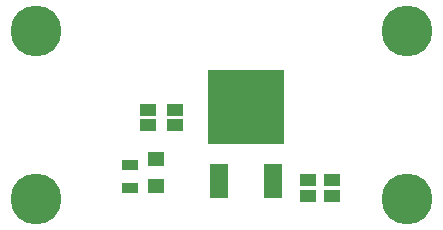
<source format=gts>
G04*
G04 #@! TF.GenerationSoftware,Altium Limited,Altium Designer,22.3.1 (43)*
G04*
G04 Layer_Color=8388736*
%FSLAX25Y25*%
%MOIN*%
G70*
G04*
G04 #@! TF.SameCoordinates,03762554-53E0-4DA3-B020-D50B0D98B1FC*
G04*
G04*
G04 #@! TF.FilePolarity,Negative*
G04*
G01*
G75*
%ADD18R,0.05512X0.03937*%
%ADD19R,0.05709X0.04921*%
%ADD20R,0.05512X0.03543*%
%ADD21R,0.25394X0.24606*%
%ADD22R,0.06496X0.11614*%
%ADD23C,0.16942*%
%ADD24C,0.03150*%
D18*
X37279Y29673D02*
D03*
Y24555D02*
D03*
X46279D02*
D03*
Y29673D02*
D03*
X98787Y1122D02*
D03*
Y6240D02*
D03*
X90787Y6299D02*
D03*
Y1181D02*
D03*
D19*
X40059Y13386D02*
D03*
Y4331D02*
D03*
D20*
X31398Y3740D02*
D03*
Y11220D02*
D03*
D21*
X69980Y30709D02*
D03*
D22*
X79035Y6102D02*
D03*
X60925D02*
D03*
D23*
X123622Y56004D02*
D03*
X0D02*
D03*
X123622Y0D02*
D03*
X0D02*
D03*
D24*
X80315Y40748D02*
D03*
Y20669D02*
D03*
X59842D02*
D03*
Y40748D02*
D03*
X75197D02*
D03*
X70079D02*
D03*
X64961D02*
D03*
X75197Y20669D02*
D03*
X70079D02*
D03*
X64961D02*
D03*
X64961Y30709D02*
D03*
X64961Y25689D02*
D03*
X70079Y30709D02*
D03*
X70079Y25689D02*
D03*
X75197Y30709D02*
D03*
X75197Y25689D02*
D03*
X80315D02*
D03*
X75197Y35728D02*
D03*
X70079D02*
D03*
X64961D02*
D03*
X59842D02*
D03*
Y30709D02*
D03*
Y25689D02*
D03*
X80315Y30709D02*
D03*
Y35728D02*
D03*
M02*

</source>
